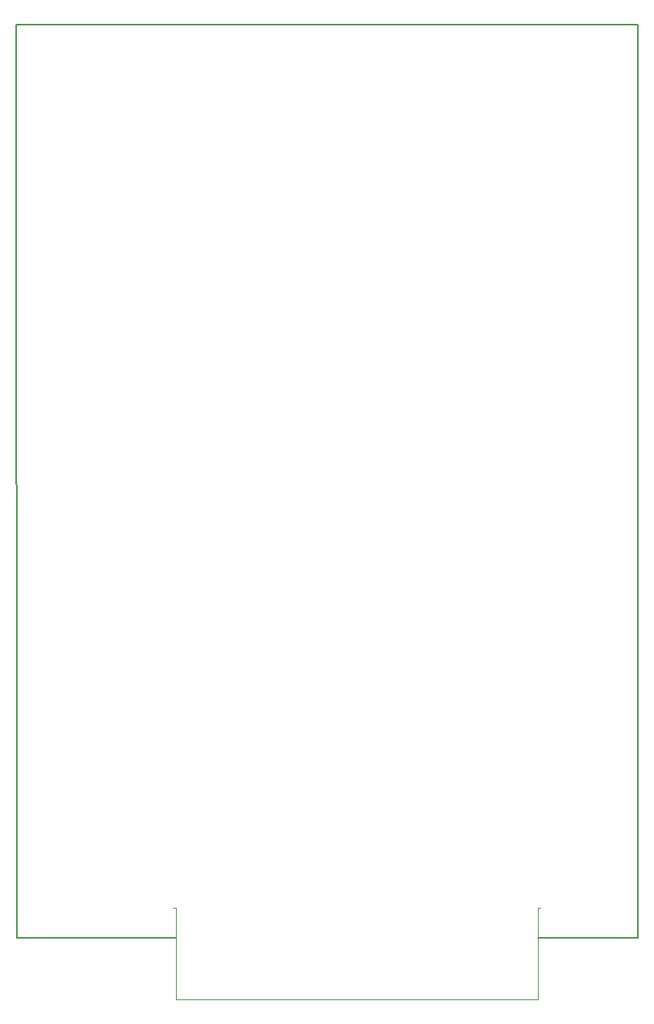
<source format=gbr>
%TF.GenerationSoftware,KiCad,Pcbnew,5.0.0*%
%TF.CreationDate,2018-07-30T20:43:33-05:00*%
%TF.ProjectId,breakout,627265616B6F75742E6B696361645F70,rev?*%
%TF.SameCoordinates,Original*%
%TF.FileFunction,Profile,NP*%
%FSLAX46Y46*%
G04 Gerber Fmt 4.6, Leading zero omitted, Abs format (unit mm)*
G04 Created by KiCad (PCBNEW 5.0.0) date Mon Jul 30 20:43:33 2018*
%MOMM*%
%LPD*%
G01*
G04 APERTURE LIST*
%ADD10C,0.150000*%
%ADD11C,0.120000*%
G04 APERTURE END LIST*
D10*
X151498300Y-62865000D02*
X151511000Y-63411100D01*
X83058000Y-62865000D02*
X151498300Y-62865000D01*
X83146900Y-163322000D02*
X83058000Y-62865000D01*
X100647500Y-163322000D02*
X83146900Y-163322000D01*
X100342700Y-163322000D02*
X100609400Y-163322000D01*
X140982700Y-163322000D02*
X140512800Y-163322000D01*
X151511000Y-163322000D02*
X151511000Y-63373000D01*
X151561800Y-163322200D02*
X140970000Y-163322200D01*
D11*
X100648800Y-170100000D02*
X100648800Y-160100000D01*
X140498800Y-170100000D02*
X140498800Y-160100000D01*
X100323800Y-160100000D02*
X100648800Y-160100000D01*
X140823800Y-160100000D02*
X140498800Y-160100000D01*
X100648800Y-170100000D02*
X140498800Y-170100000D01*
M02*

</source>
